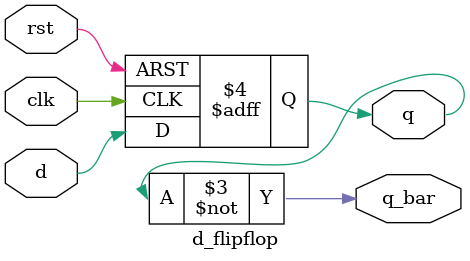
<source format=v>
module d_flipflop( input clk,
                   input rst,
                   input d,
                   output reg q, q_bar);
  
  always@(posedge clk or negedge rst)
    begin
      if(!rst)
        q <= 0;
      else
        q <= d;
    end
  
  assign q_bar = ~q;
  
endmodule

  
  

</source>
